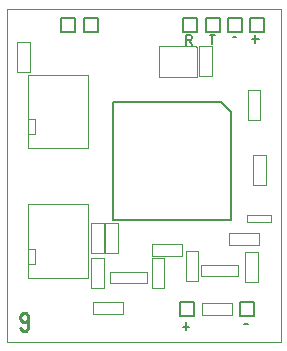
<source format=gbr>
%FSLAX23Y23*%
%MOIN*%
%ADD10C,0.008*%
%ADD11C,0.012*%
%ADD12C,0.004*%
%ADD13R,0.047X0.047*%
%ADD14C,0.016*%
%ADD15C,0.02*%
%ADD16C,0.031*%
%ADD17C,0.001*%
%ADD18C,0.006*%
%ADD19C,0.005*%
%ADD20C,0.009*%
%LPD*%
G54D10*
X-02856Y2291D02*
X-02903Y2291D01*
G54D10*
X-02903Y2291D02*
X-02903Y2338D01*
G54D10*
X-02903Y2338D02*
X-02856Y2338D01*
G54D10*
X-02856Y2338D02*
X-02856Y2291D01*
G54D10*
X-02779Y2291D02*
X-02826Y2291D01*
G54D10*
X-02826Y2291D02*
X-02826Y2338D01*
G54D10*
X-02826Y2338D02*
X-02779Y2338D01*
G54D10*
X-02779Y2338D02*
X-02779Y2291D01*
G54D10*
X-02705Y2291D02*
X-02752Y2291D01*
G54D10*
X-02752Y2291D02*
X-02752Y2338D01*
G54D10*
X-02752Y2338D02*
X-02705Y2338D01*
G54D10*
X-02705Y2338D02*
X-02705Y2291D01*
G54D10*
X-02633Y2291D02*
X-02680Y2291D01*
G54D10*
X-02680Y2291D02*
X-02680Y2338D01*
G54D10*
X-02680Y2338D02*
X-02633Y2338D01*
G54D10*
X-02633Y2338D02*
X-02633Y2291D01*
G54D10*
X-02865Y1345D02*
X-02913Y1345D01*
G54D10*
X-02913Y1345D02*
X-02913Y1392D01*
G54D10*
X-02913Y1392D02*
X-02865Y1392D01*
G54D10*
X-02865Y1392D02*
X-02865Y1345D01*
G54D10*
X-02667Y1345D02*
X-02714Y1345D01*
G54D10*
X-02714Y1345D02*
X-02714Y1392D01*
G54D10*
X-02714Y1392D02*
X-02667Y1392D01*
G54D10*
X-02667Y1392D02*
X-02667Y1345D01*
G54D12*
X-02688Y1681D02*
X-02688Y1658D01*
G54D12*
X-02608Y1658D02*
X-02688Y1658D01*
G54D12*
X-02608Y1681D02*
X-02608Y1658D01*
G54D12*
X-02688Y1681D02*
X-02608Y1681D01*
G54D10*
X-03136Y2059D02*
X-02777Y2059D01*
G54D10*
X-03136Y2059D02*
X-03136Y1663D01*
G54D10*
X-03136Y1663D02*
X-02741Y1663D01*
G54D10*
X-02741Y1663D02*
X-02741Y2023D01*
G54D10*
X-02741Y2023D02*
X-02777Y2059D01*
G54D12*
X-03420Y2147D02*
X-03220Y2147D01*
G54D12*
X-03220Y2147D02*
X-03220Y1903D01*
G54D12*
X-03420Y1903D02*
X-03220Y1903D01*
G54D12*
X-03420Y2147D02*
X-03420Y1903D01*
G54D12*
X-03420Y2000D02*
X-03395Y2000D01*
G54D12*
X-03395Y2000D02*
X-03395Y1950D01*
G54D12*
X-03395Y1950D02*
X-03420Y1950D01*
G54D12*
X-03420Y1716D02*
X-03220Y1716D01*
G54D12*
X-03220Y1716D02*
X-03220Y1472D01*
G54D12*
X-03420Y1472D02*
X-03220Y1472D01*
G54D12*
X-03420Y1716D02*
X-03420Y1472D01*
G54D12*
X-03420Y1569D02*
X-03395Y1569D01*
G54D12*
X-03395Y1569D02*
X-03395Y1519D01*
G54D12*
X-03395Y1519D02*
X-03420Y1519D01*
G54D12*
X-03146Y1490D02*
X-03146Y1454D01*
G54D12*
X-03022Y1454D02*
X-03146Y1454D01*
G54D12*
X-03022Y1454D02*
X-03022Y1490D01*
G54D12*
X-03146Y1490D02*
X-03022Y1490D01*
G54D12*
X-02842Y1513D02*
X-02842Y1477D01*
G54D12*
X-02719Y1477D02*
X-02842Y1477D01*
G54D12*
X-02719Y1477D02*
X-02719Y1513D01*
G54D12*
X-02842Y1513D02*
X-02719Y1513D01*
G54D10*
X-03263Y2292D02*
X-03310Y2292D01*
G54D10*
X-03310Y2292D02*
X-03310Y2339D01*
G54D10*
X-03310Y2339D02*
X-03263Y2339D01*
G54D10*
X-03263Y2339D02*
X-03263Y2292D01*
G54D10*
X-03186Y2292D02*
X-03233Y2292D01*
G54D10*
X-03233Y2292D02*
X-03233Y2339D01*
G54D10*
X-03233Y2339D02*
X-03186Y2339D01*
G54D10*
X-03186Y2339D02*
X-03186Y2292D01*
G54D12*
X-02857Y2141D02*
X-02857Y2240D01*
G54D12*
X-02857Y2240D02*
X-02862Y2245D01*
G54D12*
X-02982Y2245D02*
X-02982Y2141D01*
G54D12*
X-02857Y2141D02*
X-02982Y2141D01*
G54D12*
X-02982Y2245D02*
X-02862Y2245D01*
G54D12*
X-03201Y1392D02*
X-03201Y1351D01*
G54D12*
X-03101Y1392D02*
X-03201Y1392D01*
G54D12*
X-03101Y1351D02*
X-03101Y1392D01*
G54D12*
X-03101Y1351D02*
X-03201Y1351D01*
G54D12*
X-02740Y1348D02*
X-02740Y1389D01*
G54D12*
X-02840Y1348D02*
X-02740Y1348D01*
G54D12*
X-02840Y1389D02*
X-02840Y1348D01*
G54D12*
X-02840Y1389D02*
X-02740Y1389D01*
G54D12*
X-02695Y1459D02*
X-02654Y1459D01*
G54D12*
X-02695Y1559D02*
X-02695Y1459D01*
G54D12*
X-02654Y1559D02*
X-02695Y1559D01*
G54D12*
X-02654Y1559D02*
X-02654Y1459D01*
G54D12*
X-03007Y1437D02*
X-02966Y1437D01*
G54D12*
X-03007Y1537D02*
X-03007Y1437D01*
G54D12*
X-02966Y1537D02*
X-03007Y1537D01*
G54D12*
X-02966Y1537D02*
X-02966Y1437D01*
G54D12*
X-02668Y1782D02*
X-02627Y1782D01*
G54D12*
X-02668Y1882D02*
X-02668Y1782D01*
G54D12*
X-02627Y1882D02*
X-02668Y1882D01*
G54D12*
X-02627Y1882D02*
X-02627Y1782D01*
G54D12*
X-02687Y1997D02*
X-02646Y1997D01*
G54D12*
X-02687Y2097D02*
X-02687Y1997D01*
G54D12*
X-02646Y2097D02*
X-02687Y2097D01*
G54D12*
X-02646Y2097D02*
X-02646Y1997D01*
G54D12*
X-02807Y2243D02*
X-02848Y2243D01*
G54D12*
X-02807Y2143D02*
X-02807Y2243D01*
G54D12*
X-02848Y2143D02*
X-02807Y2143D01*
G54D12*
X-02848Y2143D02*
X-02848Y2243D01*
G54D12*
X-03414Y2259D02*
X-03455Y2259D01*
G54D12*
X-03414Y2159D02*
X-03414Y2259D01*
G54D12*
X-03455Y2159D02*
X-03414Y2159D01*
G54D12*
X-03455Y2159D02*
X-03455Y2259D01*
G54D12*
X-03208Y1553D02*
X-03167Y1553D01*
G54D12*
X-03208Y1653D02*
X-03208Y1553D01*
G54D12*
X-03167Y1653D02*
X-03208Y1653D01*
G54D12*
X-03167Y1653D02*
X-03167Y1553D01*
G54D12*
X-03161Y1553D02*
X-03120Y1553D01*
G54D12*
X-03161Y1653D02*
X-03161Y1553D01*
G54D12*
X-03120Y1653D02*
X-03161Y1653D01*
G54D12*
X-03120Y1653D02*
X-03120Y1553D01*
G54D12*
X-02853Y1560D02*
X-02894Y1560D01*
G54D12*
X-02853Y1460D02*
X-02853Y1560D01*
G54D12*
X-02894Y1460D02*
X-02853Y1460D01*
G54D12*
X-02894Y1460D02*
X-02894Y1560D01*
G54D12*
X-03005Y1584D02*
X-03005Y1543D01*
G54D12*
X-02905Y1584D02*
X-03005Y1584D01*
G54D12*
X-02905Y1543D02*
X-02905Y1584D01*
G54D12*
X-02905Y1543D02*
X-03005Y1543D01*
G54D12*
X-03167Y1537D02*
X-03208Y1537D01*
G54D12*
X-03167Y1437D02*
X-03167Y1537D01*
G54D12*
X-03208Y1437D02*
X-03167Y1437D01*
G54D12*
X-03208Y1437D02*
X-03208Y1537D01*
G54D12*
X-02650Y1580D02*
X-02650Y1621D01*
G54D12*
X-02750Y1580D02*
X-02650Y1580D01*
G54D12*
X-02750Y1621D02*
X-02750Y1580D01*
G54D12*
X-02750Y1621D02*
X-02650Y1621D01*
G54D17*
X-03489Y1256D02*
X-03489Y2369D01*
G54D17*
X-03489Y1256D02*
X-02577Y1256D01*
G54D17*
X-02577Y1256D02*
X-02577Y2369D01*
G54D17*
X-03489Y2369D02*
X-02577Y2369D01*
G54D18*
X-02737Y2274D02*
X-02727Y2274D01*
G54D18*
X-02661Y2281D02*
X-02661Y2254D01*
G54D18*
X-02672Y2267D02*
X-02650Y2267D01*
G54D19*
X-02814Y2280D02*
X-02795Y2280D01*
G54D19*
X-02805Y2280D02*
X-02805Y2250D01*
G54D19*
X-02893Y2249D02*
X-02893Y2280D01*
G54D19*
X-02893Y2280D02*
X-02877Y2280D01*
G54D19*
X-02877Y2280D02*
X-02872Y2275D01*
G54D19*
X-02872Y2275D02*
X-02872Y2270D01*
G54D19*
X-02872Y2270D02*
X-02877Y2265D01*
G54D19*
X-02877Y2265D02*
X-02893Y2265D01*
G54D19*
X-02882Y2265D02*
X-02872Y2249D01*
G54D18*
X-02892Y1323D02*
X-02892Y1296D01*
G54D18*
X-02903Y1309D02*
X-02881Y1309D01*
G54D18*
X-02698Y1319D02*
X-02687Y1319D01*
G54D20*
X-03446Y1304D02*
X-03437Y1293D01*
G54D20*
X-03437Y1293D02*
X-03427Y1293D01*
G54D20*
X-03427Y1293D02*
X-03418Y1304D01*
G54D20*
X-03418Y1304D02*
X-03418Y1344D01*
G54D20*
X-03418Y1344D02*
X-03427Y1355D01*
G54D20*
X-03427Y1355D02*
X-03437Y1355D01*
G54D20*
X-03437Y1355D02*
X-03446Y1344D01*
G54D20*
X-03446Y1344D02*
X-03446Y1334D01*
G54D20*
X-03446Y1334D02*
X-03437Y1324D01*
G54D20*
X-03437Y1324D02*
X-03427Y1324D01*
G54D20*
X-03427Y1324D02*
X-03418Y1334D01*
M02*

</source>
